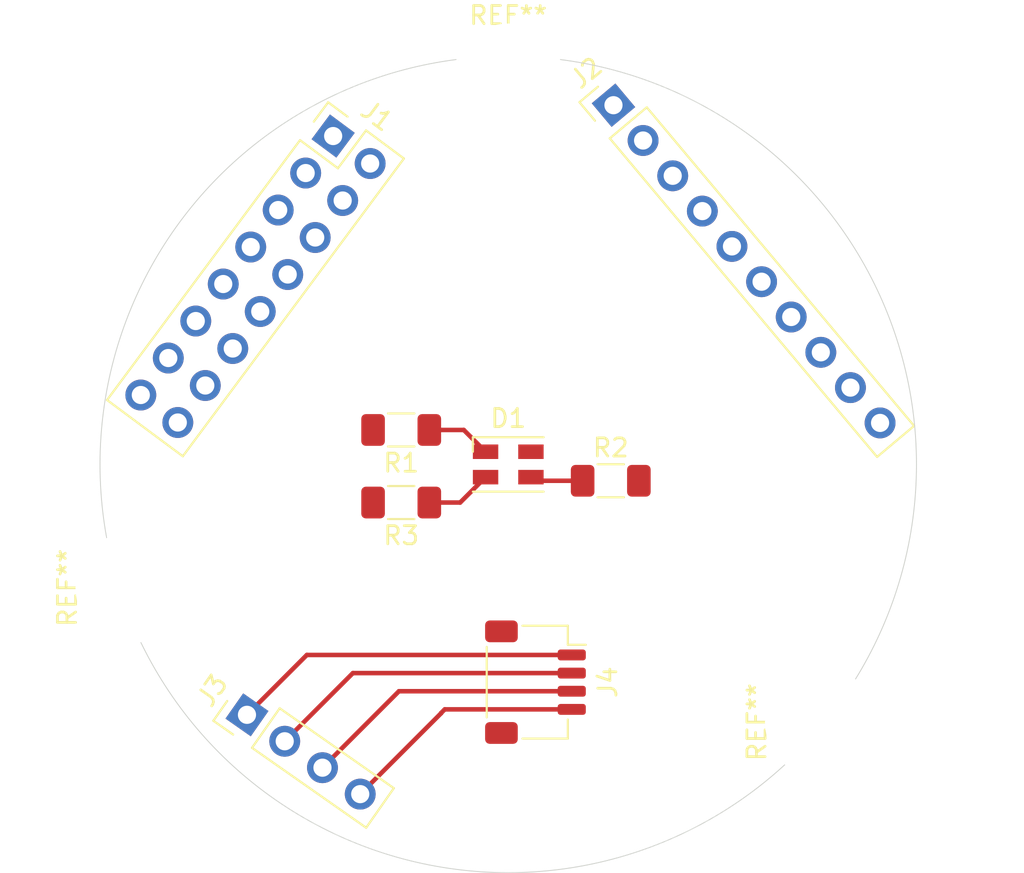
<source format=kicad_pcb>
(kicad_pcb (version 20171130) (host pcbnew "(5.1.10)-1")

  (general
    (thickness 1.6)
    (drawings 1)
    (tracks 16)
    (zones 0)
    (modules 11)
    (nets 20)
  )

  (page A4)
  (layers
    (0 F.Cu signal)
    (31 B.Cu signal)
    (32 B.Adhes user)
    (33 F.Adhes user)
    (34 B.Paste user)
    (35 F.Paste user)
    (36 B.SilkS user)
    (37 F.SilkS user)
    (38 B.Mask user)
    (39 F.Mask user)
    (40 Dwgs.User user)
    (41 Cmts.User user)
    (42 Eco1.User user)
    (43 Eco2.User user)
    (44 Edge.Cuts user)
    (45 Margin user)
    (46 B.CrtYd user)
    (47 F.CrtYd user)
    (48 B.Fab user)
    (49 F.Fab user)
  )

  (setup
    (last_trace_width 0.25)
    (trace_clearance 0.2)
    (zone_clearance 0.508)
    (zone_45_only no)
    (trace_min 0.2)
    (via_size 0.8)
    (via_drill 0.4)
    (via_min_size 0.4)
    (via_min_drill 0.3)
    (uvia_size 0.3)
    (uvia_drill 0.1)
    (uvias_allowed no)
    (uvia_min_size 0.2)
    (uvia_min_drill 0.1)
    (edge_width 0.05)
    (segment_width 0.2)
    (pcb_text_width 0.3)
    (pcb_text_size 1.5 1.5)
    (mod_edge_width 0.12)
    (mod_text_size 1 1)
    (mod_text_width 0.15)
    (pad_size 6.1 6.1)
    (pad_drill 6.1)
    (pad_to_mask_clearance 0)
    (aux_axis_origin 0 0)
    (visible_elements 7FFFF7FF)
    (pcbplotparams
      (layerselection 0x010fc_ffffffff)
      (usegerberextensions false)
      (usegerberattributes true)
      (usegerberadvancedattributes true)
      (creategerberjobfile true)
      (excludeedgelayer true)
      (linewidth 0.100000)
      (plotframeref false)
      (viasonmask false)
      (mode 1)
      (useauxorigin false)
      (hpglpennumber 1)
      (hpglpenspeed 20)
      (hpglpendiameter 15.000000)
      (psnegative false)
      (psa4output false)
      (plotreference true)
      (plotvalue true)
      (plotinvisibletext false)
      (padsonsilk false)
      (subtractmaskfromsilk false)
      (outputformat 1)
      (mirror false)
      (drillshape 1)
      (scaleselection 1)
      (outputdirectory ""))
  )

  (net 0 "")
  (net 1 GND)
  (net 2 /Enabled_Controlled)
  (net 3 /Coil_A1)
  (net 4 /PushButton)
  (net 5 /SDA)
  (net 6 /LED_Red)
  (net 7 /SCL)
  (net 8 /Diff_P1)
  (net 9 /LED_Blue)
  (net 10 /Diff_P2)
  (net 11 /LED_Green)
  (net 12 /Coil_B2)
  (net 13 /Coil_A2)
  (net 14 +3V3)
  (net 15 /Coil_B1)
  (net 16 +5V)
  (net 17 /R)
  (net 18 /B)
  (net 19 /G)

  (net_class Default "This is the default net class."
    (clearance 0.2)
    (trace_width 0.25)
    (via_dia 0.8)
    (via_drill 0.4)
    (uvia_dia 0.3)
    (uvia_drill 0.1)
    (add_net +3V3)
    (add_net +5V)
    (add_net /B)
    (add_net /Coil_A1)
    (add_net /Coil_A2)
    (add_net /Coil_B1)
    (add_net /Coil_B2)
    (add_net /Diff_P1)
    (add_net /Diff_P2)
    (add_net /Enabled_Controlled)
    (add_net /G)
    (add_net /LED_Blue)
    (add_net /LED_Green)
    (add_net /LED_Red)
    (add_net /PushButton)
    (add_net /R)
    (add_net /SCL)
    (add_net /SDA)
    (add_net GND)
  )

  (module Resistor_SMD:R_1206_3216Metric_Pad1.30x1.75mm_HandSolder (layer F.Cu) (tedit 5F68FEEE) (tstamp 616F602B)
    (at 134 95.4 180)
    (descr "Resistor SMD 1206 (3216 Metric), square (rectangular) end terminal, IPC_7351 nominal with elongated pad for handsoldering. (Body size source: IPC-SM-782 page 72, https://www.pcb-3d.com/wordpress/wp-content/uploads/ipc-sm-782a_amendment_1_and_2.pdf), generated with kicad-footprint-generator")
    (tags "resistor handsolder")
    (path /61705BE0)
    (attr smd)
    (fp_text reference R3 (at 0 -1.82) (layer F.SilkS)
      (effects (font (size 1 1) (thickness 0.15)))
    )
    (fp_text value 470 (at 0 1.82) (layer F.Fab)
      (effects (font (size 1 1) (thickness 0.15)))
    )
    (fp_text user %R (at 0 0) (layer F.Fab)
      (effects (font (size 0.8 0.8) (thickness 0.12)))
    )
    (fp_line (start -1.6 0.8) (end -1.6 -0.8) (layer F.Fab) (width 0.1))
    (fp_line (start -1.6 -0.8) (end 1.6 -0.8) (layer F.Fab) (width 0.1))
    (fp_line (start 1.6 -0.8) (end 1.6 0.8) (layer F.Fab) (width 0.1))
    (fp_line (start 1.6 0.8) (end -1.6 0.8) (layer F.Fab) (width 0.1))
    (fp_line (start -0.727064 -0.91) (end 0.727064 -0.91) (layer F.SilkS) (width 0.12))
    (fp_line (start -0.727064 0.91) (end 0.727064 0.91) (layer F.SilkS) (width 0.12))
    (fp_line (start -2.45 1.12) (end -2.45 -1.12) (layer F.CrtYd) (width 0.05))
    (fp_line (start -2.45 -1.12) (end 2.45 -1.12) (layer F.CrtYd) (width 0.05))
    (fp_line (start 2.45 -1.12) (end 2.45 1.12) (layer F.CrtYd) (width 0.05))
    (fp_line (start 2.45 1.12) (end -2.45 1.12) (layer F.CrtYd) (width 0.05))
    (pad 2 smd roundrect (at 1.55 0 180) (size 1.3 1.75) (layers F.Cu F.Paste F.Mask) (roundrect_rratio 0.192308)
      (net 9 /LED_Blue))
    (pad 1 smd roundrect (at -1.55 0 180) (size 1.3 1.75) (layers F.Cu F.Paste F.Mask) (roundrect_rratio 0.192308)
      (net 18 /B))
    (model ${KISYS3DMOD}/Resistor_SMD.3dshapes/R_1206_3216Metric.wrl
      (at (xyz 0 0 0))
      (scale (xyz 1 1 1))
      (rotate (xyz 0 0 0))
    )
  )

  (module Resistor_SMD:R_1206_3216Metric_Pad1.30x1.75mm_HandSolder (layer F.Cu) (tedit 5F68FEEE) (tstamp 616F601A)
    (at 145.55 94.2)
    (descr "Resistor SMD 1206 (3216 Metric), square (rectangular) end terminal, IPC_7351 nominal with elongated pad for handsoldering. (Body size source: IPC-SM-782 page 72, https://www.pcb-3d.com/wordpress/wp-content/uploads/ipc-sm-782a_amendment_1_and_2.pdf), generated with kicad-footprint-generator")
    (tags "resistor handsolder")
    (path /617059BB)
    (attr smd)
    (fp_text reference R2 (at 0 -1.82) (layer F.SilkS)
      (effects (font (size 1 1) (thickness 0.15)))
    )
    (fp_text value 470 (at 0 1.82) (layer F.Fab)
      (effects (font (size 1 1) (thickness 0.15)))
    )
    (fp_text user %R (at 0 0) (layer F.Fab)
      (effects (font (size 0.8 0.8) (thickness 0.12)))
    )
    (fp_line (start -1.6 0.8) (end -1.6 -0.8) (layer F.Fab) (width 0.1))
    (fp_line (start -1.6 -0.8) (end 1.6 -0.8) (layer F.Fab) (width 0.1))
    (fp_line (start 1.6 -0.8) (end 1.6 0.8) (layer F.Fab) (width 0.1))
    (fp_line (start 1.6 0.8) (end -1.6 0.8) (layer F.Fab) (width 0.1))
    (fp_line (start -0.727064 -0.91) (end 0.727064 -0.91) (layer F.SilkS) (width 0.12))
    (fp_line (start -0.727064 0.91) (end 0.727064 0.91) (layer F.SilkS) (width 0.12))
    (fp_line (start -2.45 1.12) (end -2.45 -1.12) (layer F.CrtYd) (width 0.05))
    (fp_line (start -2.45 -1.12) (end 2.45 -1.12) (layer F.CrtYd) (width 0.05))
    (fp_line (start 2.45 -1.12) (end 2.45 1.12) (layer F.CrtYd) (width 0.05))
    (fp_line (start 2.45 1.12) (end -2.45 1.12) (layer F.CrtYd) (width 0.05))
    (pad 2 smd roundrect (at 1.55 0) (size 1.3 1.75) (layers F.Cu F.Paste F.Mask) (roundrect_rratio 0.192308)
      (net 11 /LED_Green))
    (pad 1 smd roundrect (at -1.55 0) (size 1.3 1.75) (layers F.Cu F.Paste F.Mask) (roundrect_rratio 0.192308)
      (net 19 /G))
    (model ${KISYS3DMOD}/Resistor_SMD.3dshapes/R_1206_3216Metric.wrl
      (at (xyz 0 0 0))
      (scale (xyz 1 1 1))
      (rotate (xyz 0 0 0))
    )
  )

  (module Resistor_SMD:R_1206_3216Metric_Pad1.30x1.75mm_HandSolder (layer F.Cu) (tedit 5F68FEEE) (tstamp 616F6009)
    (at 134 91.4 180)
    (descr "Resistor SMD 1206 (3216 Metric), square (rectangular) end terminal, IPC_7351 nominal with elongated pad for handsoldering. (Body size source: IPC-SM-782 page 72, https://www.pcb-3d.com/wordpress/wp-content/uploads/ipc-sm-782a_amendment_1_and_2.pdf), generated with kicad-footprint-generator")
    (tags "resistor handsolder")
    (path /6170550D)
    (attr smd)
    (fp_text reference R1 (at 0 -1.82) (layer F.SilkS)
      (effects (font (size 1 1) (thickness 0.15)))
    )
    (fp_text value 680 (at 0 1.82) (layer F.Fab)
      (effects (font (size 1 1) (thickness 0.15)))
    )
    (fp_text user %R (at 0 0) (layer F.Fab)
      (effects (font (size 0.8 0.8) (thickness 0.12)))
    )
    (fp_line (start -1.6 0.8) (end -1.6 -0.8) (layer F.Fab) (width 0.1))
    (fp_line (start -1.6 -0.8) (end 1.6 -0.8) (layer F.Fab) (width 0.1))
    (fp_line (start 1.6 -0.8) (end 1.6 0.8) (layer F.Fab) (width 0.1))
    (fp_line (start 1.6 0.8) (end -1.6 0.8) (layer F.Fab) (width 0.1))
    (fp_line (start -0.727064 -0.91) (end 0.727064 -0.91) (layer F.SilkS) (width 0.12))
    (fp_line (start -0.727064 0.91) (end 0.727064 0.91) (layer F.SilkS) (width 0.12))
    (fp_line (start -2.45 1.12) (end -2.45 -1.12) (layer F.CrtYd) (width 0.05))
    (fp_line (start -2.45 -1.12) (end 2.45 -1.12) (layer F.CrtYd) (width 0.05))
    (fp_line (start 2.45 -1.12) (end 2.45 1.12) (layer F.CrtYd) (width 0.05))
    (fp_line (start 2.45 1.12) (end -2.45 1.12) (layer F.CrtYd) (width 0.05))
    (pad 2 smd roundrect (at 1.55 0 180) (size 1.3 1.75) (layers F.Cu F.Paste F.Mask) (roundrect_rratio 0.192308)
      (net 6 /LED_Red))
    (pad 1 smd roundrect (at -1.55 0 180) (size 1.3 1.75) (layers F.Cu F.Paste F.Mask) (roundrect_rratio 0.192308)
      (net 17 /R))
    (model ${KISYS3DMOD}/Resistor_SMD.3dshapes/R_1206_3216Metric.wrl
      (at (xyz 0 0 0))
      (scale (xyz 1 1 1))
      (rotate (xyz 0 0 0))
    )
  )

  (module Connector_JST:JST_SH_SM04B-SRSS-TB_1x04-1MP_P1.00mm_Horizontal (layer F.Cu) (tedit 5B78AD87) (tstamp 616F5FF8)
    (at 141.4 105.3 270)
    (descr "JST SH series connector, SM04B-SRSS-TB (http://www.jst-mfg.com/product/pdf/eng/eSH.pdf), generated with kicad-footprint-generator")
    (tags "connector JST SH top entry")
    (path /61754AAC)
    (attr smd)
    (fp_text reference J4 (at 0 -3.98 90) (layer F.SilkS)
      (effects (font (size 1 1) (thickness 0.15)))
    )
    (fp_text value "JST Connector" (at 0 3.98 90) (layer F.Fab)
      (effects (font (size 1 1) (thickness 0.15)))
    )
    (fp_text user %R (at 0 0 90) (layer F.Fab)
      (effects (font (size 1 1) (thickness 0.15)))
    )
    (fp_line (start -3 -1.675) (end 3 -1.675) (layer F.Fab) (width 0.1))
    (fp_line (start -3.11 0.715) (end -3.11 -1.785) (layer F.SilkS) (width 0.12))
    (fp_line (start -3.11 -1.785) (end -2.06 -1.785) (layer F.SilkS) (width 0.12))
    (fp_line (start -2.06 -1.785) (end -2.06 -2.775) (layer F.SilkS) (width 0.12))
    (fp_line (start 3.11 0.715) (end 3.11 -1.785) (layer F.SilkS) (width 0.12))
    (fp_line (start 3.11 -1.785) (end 2.06 -1.785) (layer F.SilkS) (width 0.12))
    (fp_line (start -1.94 2.685) (end 1.94 2.685) (layer F.SilkS) (width 0.12))
    (fp_line (start -3 2.575) (end 3 2.575) (layer F.Fab) (width 0.1))
    (fp_line (start -3 -1.675) (end -3 2.575) (layer F.Fab) (width 0.1))
    (fp_line (start 3 -1.675) (end 3 2.575) (layer F.Fab) (width 0.1))
    (fp_line (start -3.9 -3.28) (end -3.9 3.28) (layer F.CrtYd) (width 0.05))
    (fp_line (start -3.9 3.28) (end 3.9 3.28) (layer F.CrtYd) (width 0.05))
    (fp_line (start 3.9 3.28) (end 3.9 -3.28) (layer F.CrtYd) (width 0.05))
    (fp_line (start 3.9 -3.28) (end -3.9 -3.28) (layer F.CrtYd) (width 0.05))
    (fp_line (start -2 -1.675) (end -1.5 -0.967893) (layer F.Fab) (width 0.1))
    (fp_line (start -1.5 -0.967893) (end -1 -1.675) (layer F.Fab) (width 0.1))
    (pad MP smd roundrect (at 2.8 1.875 270) (size 1.2 1.8) (layers F.Cu F.Paste F.Mask) (roundrect_rratio 0.208333))
    (pad MP smd roundrect (at -2.8 1.875 270) (size 1.2 1.8) (layers F.Cu F.Paste F.Mask) (roundrect_rratio 0.208333))
    (pad 4 smd roundrect (at 1.5 -2 270) (size 0.6 1.55) (layers F.Cu F.Paste F.Mask) (roundrect_rratio 0.25)
      (net 5 /SDA))
    (pad 3 smd roundrect (at 0.5 -2 270) (size 0.6 1.55) (layers F.Cu F.Paste F.Mask) (roundrect_rratio 0.25)
      (net 7 /SCL))
    (pad 2 smd roundrect (at -0.5 -2 270) (size 0.6 1.55) (layers F.Cu F.Paste F.Mask) (roundrect_rratio 0.25)
      (net 1 GND))
    (pad 1 smd roundrect (at -1.5 -2 270) (size 0.6 1.55) (layers F.Cu F.Paste F.Mask) (roundrect_rratio 0.25)
      (net 14 +3V3))
    (model ${KISYS3DMOD}/Connector_JST.3dshapes/JST_SH_SM04B-SRSS-TB_1x04-1MP_P1.00mm_Horizontal.wrl
      (at (xyz 0 0 0))
      (scale (xyz 1 1 1))
      (rotate (xyz 0 0 0))
    )
  )

  (module Connector_PinHeader_2.54mm:PinHeader_1x04_P2.54mm_Vertical (layer F.Cu) (tedit 59FED5CC) (tstamp 616F5FDD)
    (at 125.5 107.1 55)
    (descr "Through hole straight pin header, 1x04, 2.54mm pitch, single row")
    (tags "Through hole pin header THT 1x04 2.54mm single row")
    (path /6174AA28)
    (fp_text reference J3 (at 0 -2.33 55) (layer F.SilkS)
      (effects (font (size 1 1) (thickness 0.15)))
    )
    (fp_text value Header (at 0 9.95 55) (layer F.Fab)
      (effects (font (size 1 1) (thickness 0.15)))
    )
    (fp_text user %R (at 0 3.81 145) (layer F.Fab)
      (effects (font (size 1 1) (thickness 0.15)))
    )
    (fp_line (start -0.635 -1.27) (end 1.27 -1.27) (layer F.Fab) (width 0.1))
    (fp_line (start 1.27 -1.27) (end 1.27 8.89) (layer F.Fab) (width 0.1))
    (fp_line (start 1.27 8.89) (end -1.27 8.89) (layer F.Fab) (width 0.1))
    (fp_line (start -1.27 8.89) (end -1.27 -0.635) (layer F.Fab) (width 0.1))
    (fp_line (start -1.27 -0.635) (end -0.635 -1.27) (layer F.Fab) (width 0.1))
    (fp_line (start -1.33 8.95) (end 1.33 8.95) (layer F.SilkS) (width 0.12))
    (fp_line (start -1.33 1.27) (end -1.33 8.95) (layer F.SilkS) (width 0.12))
    (fp_line (start 1.33 1.27) (end 1.33 8.95) (layer F.SilkS) (width 0.12))
    (fp_line (start -1.33 1.27) (end 1.33 1.27) (layer F.SilkS) (width 0.12))
    (fp_line (start -1.33 0) (end -1.33 -1.33) (layer F.SilkS) (width 0.12))
    (fp_line (start -1.33 -1.33) (end 0 -1.33) (layer F.SilkS) (width 0.12))
    (fp_line (start -1.8 -1.8) (end -1.8 9.4) (layer F.CrtYd) (width 0.05))
    (fp_line (start -1.8 9.4) (end 1.8 9.4) (layer F.CrtYd) (width 0.05))
    (fp_line (start 1.8 9.4) (end 1.8 -1.8) (layer F.CrtYd) (width 0.05))
    (fp_line (start 1.8 -1.8) (end -1.8 -1.8) (layer F.CrtYd) (width 0.05))
    (pad 4 thru_hole oval (at 0 7.62 55) (size 1.7 1.7) (drill 1) (layers *.Cu *.Mask)
      (net 5 /SDA))
    (pad 3 thru_hole oval (at 0 5.08 55) (size 1.7 1.7) (drill 1) (layers *.Cu *.Mask)
      (net 7 /SCL))
    (pad 2 thru_hole oval (at 0 2.54 55) (size 1.7 1.7) (drill 1) (layers *.Cu *.Mask)
      (net 1 GND))
    (pad 1 thru_hole rect (at 0 0 55) (size 1.7 1.7) (drill 1) (layers *.Cu *.Mask)
      (net 14 +3V3))
    (model ${KISYS3DMOD}/Connector_PinHeader_2.54mm.3dshapes/PinHeader_1x04_P2.54mm_Vertical.wrl
      (at (xyz 0 0 0))
      (scale (xyz 1 1 1))
      (rotate (xyz 0 0 0))
    )
  )

  (module Connector_PinHeader_2.54mm:PinHeader_1x10_P2.54mm_Vertical (layer F.Cu) (tedit 59FED5CC) (tstamp 616F5FC5)
    (at 145.7 73.5 40)
    (descr "Through hole straight pin header, 1x10, 2.54mm pitch, single row")
    (tags "Through hole pin header THT 1x10 2.54mm single row")
    (path /616EEDD1)
    (fp_text reference J2 (at 0 -2.33 40) (layer F.SilkS)
      (effects (font (size 1 1) (thickness 0.15)))
    )
    (fp_text value Conn_01x10_Female (at 0 25.19 40) (layer F.Fab)
      (effects (font (size 1 1) (thickness 0.15)))
    )
    (fp_text user %R (at 0 11.43 130) (layer F.Fab)
      (effects (font (size 1 1) (thickness 0.15)))
    )
    (fp_line (start -0.635 -1.27) (end 1.27 -1.27) (layer F.Fab) (width 0.1))
    (fp_line (start 1.27 -1.27) (end 1.27 24.13) (layer F.Fab) (width 0.1))
    (fp_line (start 1.27 24.13) (end -1.27 24.13) (layer F.Fab) (width 0.1))
    (fp_line (start -1.27 24.13) (end -1.27 -0.635) (layer F.Fab) (width 0.1))
    (fp_line (start -1.27 -0.635) (end -0.635 -1.27) (layer F.Fab) (width 0.1))
    (fp_line (start -1.33 24.19) (end 1.33 24.19) (layer F.SilkS) (width 0.12))
    (fp_line (start -1.33 1.27) (end -1.33 24.19) (layer F.SilkS) (width 0.12))
    (fp_line (start 1.33 1.27) (end 1.33 24.19) (layer F.SilkS) (width 0.12))
    (fp_line (start -1.33 1.27) (end 1.33 1.27) (layer F.SilkS) (width 0.12))
    (fp_line (start -1.33 0) (end -1.33 -1.33) (layer F.SilkS) (width 0.12))
    (fp_line (start -1.33 -1.33) (end 0 -1.33) (layer F.SilkS) (width 0.12))
    (fp_line (start -1.8 -1.8) (end -1.8 24.65) (layer F.CrtYd) (width 0.05))
    (fp_line (start -1.8 24.65) (end 1.8 24.65) (layer F.CrtYd) (width 0.05))
    (fp_line (start 1.8 24.65) (end 1.8 -1.8) (layer F.CrtYd) (width 0.05))
    (fp_line (start 1.8 -1.8) (end -1.8 -1.8) (layer F.CrtYd) (width 0.05))
    (pad 10 thru_hole oval (at 0 22.86 40) (size 1.7 1.7) (drill 1) (layers *.Cu *.Mask)
      (net 3 /Coil_A1))
    (pad 9 thru_hole oval (at 0 20.32 40) (size 1.7 1.7) (drill 1) (layers *.Cu *.Mask)
      (net 13 /Coil_A2))
    (pad 8 thru_hole oval (at 0 17.78 40) (size 1.7 1.7) (drill 1) (layers *.Cu *.Mask)
      (net 15 /Coil_B1))
    (pad 7 thru_hole oval (at 0 15.24 40) (size 1.7 1.7) (drill 1) (layers *.Cu *.Mask)
      (net 10 /Diff_P2))
    (pad 6 thru_hole oval (at 0 12.7 40) (size 1.7 1.7) (drill 1) (layers *.Cu *.Mask)
      (net 8 /Diff_P1))
    (pad 5 thru_hole oval (at 0 10.16 40) (size 1.7 1.7) (drill 1) (layers *.Cu *.Mask)
      (net 2 /Enabled_Controlled))
    (pad 4 thru_hole oval (at 0 7.62 40) (size 1.7 1.7) (drill 1) (layers *.Cu *.Mask)
      (net 4 /PushButton))
    (pad 3 thru_hole oval (at 0 5.08 40) (size 1.7 1.7) (drill 1) (layers *.Cu *.Mask)
      (net 12 /Coil_B2))
    (pad 2 thru_hole oval (at 0 2.54 40) (size 1.7 1.7) (drill 1) (layers *.Cu *.Mask)
      (net 16 +5V))
    (pad 1 thru_hole rect (at 0 0 40) (size 1.7 1.7) (drill 1) (layers *.Cu *.Mask)
      (net 1 GND))
    (model ${KISYS3DMOD}/Connector_PinHeader_2.54mm.3dshapes/PinHeader_1x10_P2.54mm_Vertical.wrl
      (at (xyz 0 0 0))
      (scale (xyz 1 1 1))
      (rotate (xyz 0 0 0))
    )
  )

  (module Connector_PinHeader_2.54mm:PinHeader_2x08_P2.54mm_Vertical (layer F.Cu) (tedit 59FED5CC) (tstamp 616F5FA7)
    (at 130.25 75.2 323.4)
    (descr "Through hole straight pin header, 2x08, 2.54mm pitch, double rows")
    (tags "Through hole pin header THT 2x08 2.54mm double row")
    (path /61722E26)
    (fp_text reference J1 (at 1.27 -2.33 143.4) (layer F.SilkS)
      (effects (font (size 1 1) (thickness 0.15)))
    )
    (fp_text value Conn_02x08_Odd_Even (at 1.27 20.11 143.4) (layer F.Fab)
      (effects (font (size 1 1) (thickness 0.15)))
    )
    (fp_text user %R (at 1.27 8.89 53.4) (layer F.Fab)
      (effects (font (size 1 1) (thickness 0.15)))
    )
    (fp_line (start 0 -1.27) (end 3.81 -1.27) (layer F.Fab) (width 0.1))
    (fp_line (start 3.81 -1.27) (end 3.81 19.05) (layer F.Fab) (width 0.1))
    (fp_line (start 3.81 19.05) (end -1.27 19.05) (layer F.Fab) (width 0.1))
    (fp_line (start -1.27 19.05) (end -1.27 0) (layer F.Fab) (width 0.1))
    (fp_line (start -1.27 0) (end 0 -1.27) (layer F.Fab) (width 0.1))
    (fp_line (start -1.33 19.11) (end 3.87 19.11) (layer F.SilkS) (width 0.12))
    (fp_line (start -1.33 1.27) (end -1.33 19.11) (layer F.SilkS) (width 0.12))
    (fp_line (start 3.87 -1.33) (end 3.87 19.11) (layer F.SilkS) (width 0.12))
    (fp_line (start -1.33 1.27) (end 1.27 1.27) (layer F.SilkS) (width 0.12))
    (fp_line (start 1.27 1.27) (end 1.27 -1.33) (layer F.SilkS) (width 0.12))
    (fp_line (start 1.27 -1.33) (end 3.87 -1.33) (layer F.SilkS) (width 0.12))
    (fp_line (start -1.33 0) (end -1.33 -1.33) (layer F.SilkS) (width 0.12))
    (fp_line (start -1.33 -1.33) (end 0 -1.33) (layer F.SilkS) (width 0.12))
    (fp_line (start -1.8 -1.8) (end -1.8 19.55) (layer F.CrtYd) (width 0.05))
    (fp_line (start -1.8 19.55) (end 4.35 19.55) (layer F.CrtYd) (width 0.05))
    (fp_line (start 4.35 19.55) (end 4.35 -1.8) (layer F.CrtYd) (width 0.05))
    (fp_line (start 4.35 -1.8) (end -1.8 -1.8) (layer F.CrtYd) (width 0.05))
    (pad 16 thru_hole oval (at 2.54 17.78 323.4) (size 1.7 1.7) (drill 1) (layers *.Cu *.Mask)
      (net 2 /Enabled_Controlled))
    (pad 15 thru_hole oval (at 0 17.78 323.4) (size 1.7 1.7) (drill 1) (layers *.Cu *.Mask)
      (net 1 GND))
    (pad 14 thru_hole oval (at 2.54 15.24 323.4) (size 1.7 1.7) (drill 1) (layers *.Cu *.Mask)
      (net 3 /Coil_A1))
    (pad 13 thru_hole oval (at 0 15.24 323.4) (size 1.7 1.7) (drill 1) (layers *.Cu *.Mask)
      (net 4 /PushButton))
    (pad 12 thru_hole oval (at 2.54 12.7 323.4) (size 1.7 1.7) (drill 1) (layers *.Cu *.Mask)
      (net 5 /SDA))
    (pad 11 thru_hole oval (at 0 12.7 323.4) (size 1.7 1.7) (drill 1) (layers *.Cu *.Mask)
      (net 6 /LED_Red))
    (pad 10 thru_hole oval (at 2.54 10.16 323.4) (size 1.7 1.7) (drill 1) (layers *.Cu *.Mask)
      (net 7 /SCL))
    (pad 9 thru_hole oval (at 0 10.16 323.4) (size 1.7 1.7) (drill 1) (layers *.Cu *.Mask)
      (net 8 /Diff_P1))
    (pad 8 thru_hole oval (at 2.54 7.62 323.4) (size 1.7 1.7) (drill 1) (layers *.Cu *.Mask)
      (net 9 /LED_Blue))
    (pad 7 thru_hole oval (at 0 7.62 323.4) (size 1.7 1.7) (drill 1) (layers *.Cu *.Mask)
      (net 10 /Diff_P2))
    (pad 6 thru_hole oval (at 2.54 5.08 323.4) (size 1.7 1.7) (drill 1) (layers *.Cu *.Mask)
      (net 11 /LED_Green))
    (pad 5 thru_hole oval (at 0 5.08 323.4) (size 1.7 1.7) (drill 1) (layers *.Cu *.Mask)
      (net 12 /Coil_B2))
    (pad 4 thru_hole oval (at 2.54 2.54 323.4) (size 1.7 1.7) (drill 1) (layers *.Cu *.Mask)
      (net 13 /Coil_A2))
    (pad 3 thru_hole oval (at 0 2.54 323.4) (size 1.7 1.7) (drill 1) (layers *.Cu *.Mask)
      (net 14 +3V3))
    (pad 2 thru_hole oval (at 2.54 0 323.4) (size 1.7 1.7) (drill 1) (layers *.Cu *.Mask)
      (net 15 /Coil_B1))
    (pad 1 thru_hole rect (at 0 0 323.4) (size 1.7 1.7) (drill 1) (layers *.Cu *.Mask)
      (net 16 +5V))
    (model ${KISYS3DMOD}/Connector_PinHeader_2.54mm.3dshapes/PinHeader_2x08_P2.54mm_Vertical.wrl
      (at (xyz 0 0 0))
      (scale (xyz 1 1 1))
      (rotate (xyz 0 0 0))
    )
  )

  (module LED_SMD:LED_Cree-PLCC4_3.2x2.88mm_CCW_Hand_Solder (layer F.Cu) (tedit 616EEBB9) (tstamp 616F5F81)
    (at 139.9 93.3)
    (path /6175EC8F)
    (fp_text reference D1 (at 0 -2.54) (layer F.SilkS)
      (effects (font (size 1 1) (thickness 0.15)))
    )
    (fp_text value LED_RBGA (at 1.27 2.54) (layer F.Fab)
      (effects (font (size 1 1) (thickness 0.15)))
    )
    (fp_text user %R (at 0 0) (layer F.Fab)
      (effects (font (size 0.5 0.5) (thickness 0.075)))
    )
    (fp_line (start -2.2 1.75) (end 2.2 1.75) (layer F.CrtYd) (width 0.05))
    (fp_line (start 2.2 1.75) (end 2.2 -1.75) (layer F.CrtYd) (width 0.05))
    (fp_line (start -1.95 -1.5) (end 1.95 -1.5) (layer F.SilkS) (width 0.12))
    (fp_line (start -1.6 -1.4) (end -1.6 1.4) (layer F.Fab) (width 0.1))
    (fp_line (start 1.6 -1.4) (end -1.6 -1.4) (layer F.Fab) (width 0.1))
    (fp_line (start -0.6 -1.4) (end -1.6 -0.4) (layer F.Fab) (width 0.1))
    (fp_line (start -1.95 -0.7) (end -1.95 -1.5) (layer F.SilkS) (width 0.12))
    (fp_line (start -1.95 1.5) (end 1.95 1.5) (layer F.SilkS) (width 0.12))
    (fp_line (start 2.2 -1.75) (end -2.2 -1.75) (layer F.CrtYd) (width 0.05))
    (fp_line (start -2.2 -1.75) (end -2.2 1.75) (layer F.CrtYd) (width 0.05))
    (fp_line (start 1.6 1.4) (end 1.6 -1.4) (layer F.Fab) (width 0.1))
    (fp_circle (center 0 0) (end 1.12 0) (layer F.Fab) (width 0.1))
    (fp_line (start -1.6 1.4) (end 1.6 1.4) (layer F.Fab) (width 0.1))
    (pad 4 smd rect (at 1.25 -0.7) (size 1.4 0.8) (layers F.Cu F.Paste F.Mask)
      (net 1 GND))
    (pad 1 smd rect (at -1.25 -0.7) (size 1.4 0.8) (layers F.Cu F.Paste F.Mask)
      (net 17 /R))
    (pad 2 smd rect (at -1.25 0.7) (size 1.4 0.8) (layers F.Cu F.Paste F.Mask)
      (net 18 /B))
    (pad 3 smd rect (at 1.25 0.7) (size 1.4 0.8) (layers F.Cu F.Paste F.Mask)
      (net 19 /G))
  )

  (module MountingHole:MountingHole_2.5mm (layer F.Cu) (tedit 616EA868) (tstamp 616F0586)
    (at 119.1 100.1 90)
    (descr "Mounting Hole 2.5mm, no annular")
    (tags "mounting hole 2.5mm no annular")
    (attr virtual)
    (fp_text reference REF** (at 0 -3.5 90) (layer F.SilkS)
      (effects (font (size 1 1) (thickness 0.15)))
    )
    (fp_text value MountingHole_2.5mm (at 0 3.5 90) (layer F.Fab)
      (effects (font (size 1 1) (thickness 0.15)))
    )
    (fp_circle (center 0 0) (end 2.75 0) (layer F.CrtYd) (width 0.05))
    (fp_circle (center 0 0) (end 2.5 0) (layer Cmts.User) (width 0.15))
    (fp_text user %R (at 0.3 0 90) (layer F.Fab)
      (effects (font (size 1 1) (thickness 0.15)))
    )
    (pad "" np_thru_hole circle (at 0 0 90) (size 6.1 6.1) (drill 6.1) (layers *.Cu *.Mask))
  )

  (module MountingHole:MountingHole_2.5mm (layer F.Cu) (tedit 616EA868) (tstamp 616F050D)
    (at 157.1 107.5 90)
    (descr "Mounting Hole 2.5mm, no annular")
    (tags "mounting hole 2.5mm no annular")
    (attr virtual)
    (fp_text reference REF** (at 0 -3.5 90) (layer F.SilkS)
      (effects (font (size 1 1) (thickness 0.15)))
    )
    (fp_text value MountingHole_2.5mm (at 0 3.5 90) (layer F.Fab)
      (effects (font (size 1 1) (thickness 0.15)))
    )
    (fp_circle (center 0 0) (end 2.5 0) (layer Cmts.User) (width 0.15))
    (fp_circle (center 0 0) (end 2.75 0) (layer F.CrtYd) (width 0.05))
    (fp_text user %R (at 0.3 0 90) (layer F.Fab)
      (effects (font (size 1 1) (thickness 0.15)))
    )
    (pad "" np_thru_hole circle (at 0 0 90) (size 6.1 6.1) (drill 6.1) (layers *.Cu *.Mask))
  )

  (module MountingHole:MountingHole_2.5mm (layer F.Cu) (tedit 616EA868) (tstamp 616F04D9)
    (at 139.9 72.05)
    (descr "Mounting Hole 2.5mm, no annular")
    (tags "mounting hole 2.5mm no annular")
    (attr virtual)
    (fp_text reference REF** (at 0 -3.5) (layer F.SilkS)
      (effects (font (size 1 1) (thickness 0.15)))
    )
    (fp_text value MountingHole_2.5mm (at 0 3.5) (layer F.Fab)
      (effects (font (size 1 1) (thickness 0.15)))
    )
    (fp_circle (center 0 0) (end 2.75 0) (layer F.CrtYd) (width 0.05))
    (fp_circle (center 0 0) (end 2.5 0) (layer Cmts.User) (width 0.15))
    (fp_text user %R (at 0.3 0) (layer F.Fab)
      (effects (font (size 1 1) (thickness 0.15)))
    )
    (pad "" np_thru_hole circle (at 0 0) (size 6.1 6.1) (drill 6.1) (layers *.Cu *.Mask))
  )

  (gr_circle (center 139.9 93.3) (end 162.4 93.3) (layer Edge.Cuts) (width 0.05))

  (segment (start 131.33753 104.8) (end 127.580646 108.556884) (width 0.25) (layer F.Cu) (net 1))
  (segment (start 143.4 104.8) (end 131.33753 104.8) (width 0.25) (layer F.Cu) (net 1))
  (segment (start 131.741939 111.470652) (end 136.2 107.012591) (width 0.25) (layer F.Cu) (net 5))
  (segment (start 136.2 107.012591) (end 136.2 107) (width 0.25) (layer F.Cu) (net 5))
  (segment (start 136.4 106.8) (end 143.4 106.8) (width 0.25) (layer F.Cu) (net 5))
  (segment (start 136.2 107) (end 136.4 106.8) (width 0.25) (layer F.Cu) (net 5))
  (segment (start 133.87506 105.8) (end 129.661292 110.013768) (width 0.25) (layer F.Cu) (net 7))
  (segment (start 143.4 105.8) (end 133.87506 105.8) (width 0.25) (layer F.Cu) (net 7))
  (segment (start 128.8 103.8) (end 125.5 107.1) (width 0.25) (layer F.Cu) (net 14))
  (segment (start 143.4 103.8) (end 128.8 103.8) (width 0.25) (layer F.Cu) (net 14))
  (segment (start 137.45 91.4) (end 138.65 92.6) (width 0.25) (layer F.Cu) (net 17))
  (segment (start 135.55 91.4) (end 137.45 91.4) (width 0.25) (layer F.Cu) (net 17))
  (segment (start 137.25 95.4) (end 138.65 94) (width 0.25) (layer F.Cu) (net 18))
  (segment (start 135.55 95.4) (end 137.25 95.4) (width 0.25) (layer F.Cu) (net 18))
  (segment (start 141.35 94.2) (end 141.15 94) (width 0.25) (layer F.Cu) (net 19))
  (segment (start 144 94.2) (end 141.35 94.2) (width 0.25) (layer F.Cu) (net 19))

)

</source>
